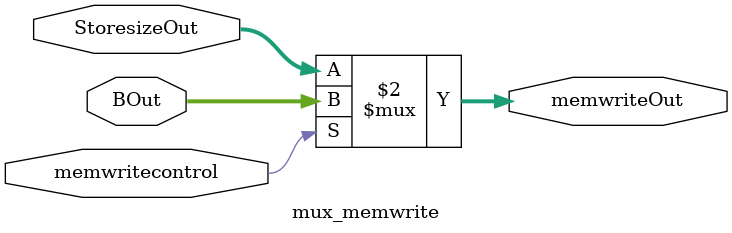
<source format=v>

module mux_memwrite(input wire [31:0] StoresizeOut, //0
              input wire [31:0] BOut, //1
              input wire memwritecontrol,
              output wire [31:0] memwriteOut);
  
  assign memwriteOut = (memwritecontrol == 1'b0) ? StoresizeOut : BOut;
  
  
endmodule
</source>
